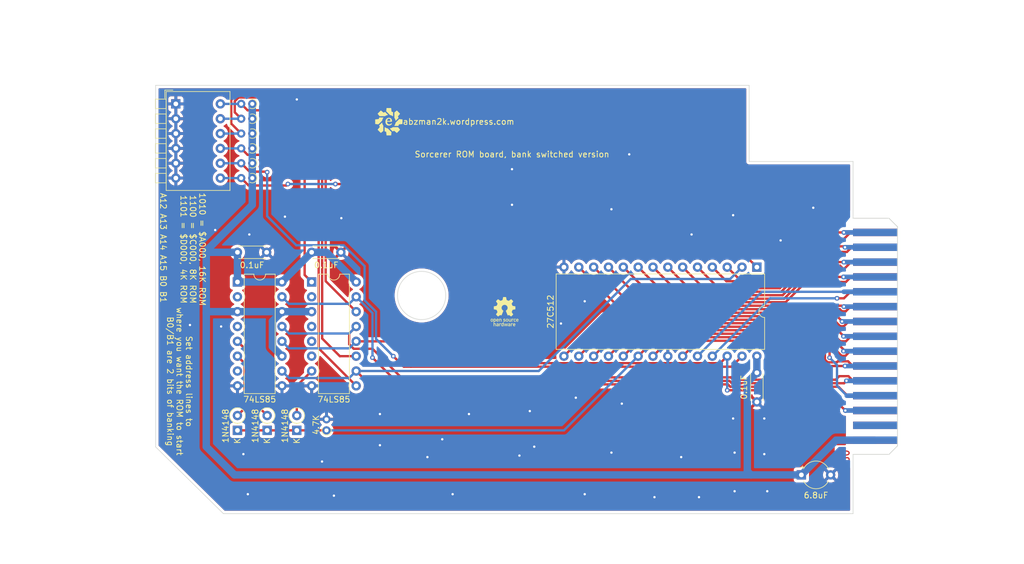
<source format=kicad_pcb>
(kicad_pcb (version 20211014) (generator pcbnew)
  (layers (0 "F.Cu" signal) (31 "B.Cu" signal) (34 "B.Paste" user) (35 "F.Paste" user) (36 "B.SilkS" user "B.Silkscreen") (37 "F.SilkS" user "F.Silkscreen") (38 "B.Mask" user) (39 "F.Mask" user) (44 "Edge.Cuts" user))
  (net 0 "")
  (net 1 "29")
  (net 2 "28")
  (net 3 "27")
  (net 4 "26")
  (net 5 "21")
  (net 6 "22")
  (net 7 "24")
  (net 8 "20")
  (net 9 "19")
  (net 10 "25")
  (net 11 "Net-(D1-Pad2)")
  (net 12 "Net-(D2-Pad2)")
  (net 13 "1")
  (net 14 "2")
  (net 15 "3")
  (net 16 "4")
  (net 17 "6")
  (net 18 "8")
  (net 19 "9")
  (net 20 "10")
  (net 21 "11")
  (net 22 "12")
  (net 23 "13")
  (net 24 "14")
  (net 25 "15")
  (net 26 "16")
  (net 27 "17")
  (net 28 "18")
  (net 29 "23")
  (net 30 "Net-(D3-Pad2)")
  (net 31 "ROM15")
  (net 32 "ROM14")
  (net 33 "Net-(R3-Pad2)")
  (net 34 "Net-(R4-Pad2)")
  (net 37 "5")
  (net 38 "7")
  (net 39 "30")
  (net 45 "Net-(R1-Pad2)")
  (net 46 "Net-(R2-Pad2)")
  (footprint "Capacitor_THT:C_Disc_D4.3mm_W1.9mm_P5.00mm" (layer "F.Cu") (at 172.72 119.674 -90)
    (fp_text reference "C3" hide)
    (fp_text value "0.1uF" (at 2.5 2.2 90) (layer "F.SilkS"))
    (pad "1" thru_hole circle locked (at 0 0 270) (size 1.6 1.6) (drill 0.8) (layers *.Cu *.Mask) (net 1 "29"))
    (pad "2" thru_hole circle locked (at 5 0 270) (size 1.6 1.6) (drill 0.8) (layers *.Cu *.Mask) (net 39 "30"))
  )
  (footprint "Evan's misc parts:edge mounted 30 pin card edge connector (2x15 pin)" (layer "F.Cu") (at 189.185 133.6457 90)
    (fp_text reference "J28" hide)
    (fp_text value "Sorcerer Cart Slot")
    (fp_line (start 38.9614 7.6) (end 1.45 7.6) (layer "Edge.Cuts") (width 0.12))
    (fp_line (start 0 6.15) (end 1.45 7.6) (layer "Edge.Cuts") (width 0.12))
    (fp_line (start 40.4114 6.15) (end 38.9614 7.6) (layer "Edge.Cuts") (width 0.12))
    (fp_line (start 40.4114 6.15) (end 40.4114 0) (layer "Edge.Cuts") (width 0.12))
    (fp_line (start 0 6.15) (end 0 0) (layer "Edge.Cuts") (width 0.12))
    (pad "1" connect rect (at 37.9857 3.8 90) (size 1.27 7.6) (layers "B.Cu" "B.Mask") (net 13 "1"))
    (pad "2" connect rect (at 37.9857 3.8 90) (size 1.27 7.6) (layers "F.Cu" "F.Mask") (net 14 "2"))
    (pad "3" connect rect (at 35.4457 3.8 90) (size 1.27 7.6) (layers "B.Cu" "B.Mask") (net 15 "3"))
    (pad "4" connect rect (at 35.4457 3.8 90) (size 1.27 7.6) (layers "F.Cu" "F.Mask") (net 16 "4"))
    (pad "5" connect rect (at 32.9057 3.8 90) (size 1.27 7.6) (layers "B.Cu" "B.Mask") (net 37 "5"))
    (pad "6" connect rect (at 32.9057 3.8 90) (size 1.27 7.6) (layers "F.Cu" "F.Mask") (net 17 "6"))
    (pad "7" connect rect (at 30.3657 3.8 90) (size 1.27 7.6) (layers "B.Cu" "B.Mask") (net 38 "7"))
    (pad "8" connect rect (at 30.3657 3.8 90) (size 1.27 7.6) (layers "F.Cu" "F.Mask") (net 18 "8"))
    (pad "9" connect rect (at 27.8257 3.8 90) (size 1.27 7.6) (layers "B.Cu" "B.Mask") (net 19 "9"))
    (pad "10" connect rect (at 27.8257 3.8 90) (size 1.27 7.6) (layers "F.Cu" "F.Mask") (net 20 "10"))
    (pad "11" connect rect (at 25.2857 3.8 90) (size 1.27 7.6) (layers "B.Cu" "B.Mask") (net 21 "11"))
    (pad "12" connect rect (at 25.2857 3.8 90) (size 1.27 7.6) (layers "F.Cu" "F.Mask") (net 22 "12"))
    (pad "13" connect rect (at 22.7457 3.8 90) (size 1.27 7.6) (layers "B.Cu" "B.Mask") (net 23 "13"))
    (pad "14" connect rect (at 22.7457 3.8 90) (size 1.27 7.6) (layers "F.Cu" "F.Mask") (net 24 "14"))
    (pad "15" connect rect (at 20.2057 3.8 90) (size 1.27 7.6) (layers "B.Cu" "B.Mask") (net 25 "15"))
    (pad "16" connect rect (at 20.2057 3.8 90) (size 1.27 7.6) (layers "F.Cu" "F.Mask") (net 26 "16"))
    (pad "17" connect rect (at 17.6657 3.8 90) (size 1.27 7.6) (layers "B.Cu" "B.Mask") (net 27 "17"))
    (pad "18" connect rect (at 17.6657 3.8 90) (size 1.27 7.6) (layers "F.Cu" "F.Mask") (net 28 "18"))
    (pad "19" connect rect (at 15.1257 3.8 90) (size 1.27 7.6) (layers "B.Cu" "B.Mask") (net 9 "19"))
    (pad "20" connect rect (at 15.1257 3.8 90) (size 1.27 7.6) (layers "F.Cu" "F.Mask") (net 8 "20"))
    (pad "21" connect rect (at 12.5857 3.8 90) (size 1.27 7.6) (layers "B.Cu" "B.Mask") (net 5 "21"))
    (pad "22" connect rect (at 12.5857 3.8 90) (size 1.27 7.6) (layers "F.Cu" "F.Mask") (net 6 "22"))
    (pad "23" connect rect (at 10.0457 3.8 90) (size 1.27 7.6) (layers "B.Cu" "B.Mask") (net 29 "23"))
    (pad "24" connect rect (at 10.0457 3.8 90) (size 1.27 7.6) (layers "F.Cu" "F.Mask") (net 7 "24"))
    (pad "25" connect rect (at 7.5057 3.8 90) (size 1.27 7.6) (layers "B.Cu" "B.Mask") (net 10 "25"))
    (pad "26" connect rect (at 7.5057 3.8 90) (size 1.27 7.6) (layers "F.Cu" "F.Mask") (net 4 "26"))
    (pad "27" connect rect (at 4.9657 3.8 90) (size 1.27 7.6) (layers "B.Cu" "B.Mask") (net 3 "27"))
    (pad "28" connect rect (at 4.9657 3.8 90) (size 1.27 7.6) (layers "F.Cu" "F.Mask") (net 2 "28"))
    (pad "29" connect rect (at 2.4257 3.8 90) (size 1.27 7.6) (layers "B.Cu" "B.Mask") (net 1 "29"))
    (pad "30" connect rect (at 2.4257 3.8 90) (size 1.27 7.6) (layers "F.Cu" "F.Mask") (net 39 "30"))
  )
  (footprint "Evan's misc parts:OSHW gear" (layer "F.Cu") (at 129.54 109.22)
    (fp_text reference "G***" hide)
    (fp_text value "LOGO" hide)
  )
  (footprint "Capacitor_THT:C_Disc_D4.3mm_W1.9mm_P5.00mm" (layer "F.Cu") (at 83.82 99.06)
    (fp_text reference "C4" hide)
    (fp_text value "0.1uF" (at 2.5 2.2) (layer "F.SilkS"))
    (pad "1" thru_hole circle locked (at 0 0) (size 1.6 1.6) (drill 0.8) (layers *.Cu *.Mask) (net 1 "29"))
    (pad "2" thru_hole circle locked (at 5 0) (size 1.6 1.6) (drill 0.8) (layers *.Cu *.Mask) (net 39 "30"))
  )
  (footprint "Capacitor_THT:CP_Radial_Tantal_D4.5mm_P5.00mm" (layer "F.Cu") (at 180.34 137.16)
    (fp_text reference "C1" hide)
    (fp_text value "6.8uF" (at 2.5 3.5) (layer "F.SilkS"))
    (pad "1" thru_hole rect locked (at 0 0) (size 1.6 1.6) (drill 0.8) (layers *.Cu *.Mask) (net 1 "29"))
    (pad "2" thru_hole circle locked (at 5 0) (size 1.6 1.6) (drill 0.8) (layers *.Cu *.Mask) (net 39 "30"))
  )
  (footprint "Package_DIP:DIP-16_W7.62mm" (layer "F.Cu") (at 96.52 104.14)
    (fp_text reference "U1" hide)
    (fp_text value "74LS85" (at 3.81 20.11) (layer "F.SilkS"))
    (pad "1" thru_hole rect locked (at 0 0) (size 1.6 1.6) (drill 0.8) (layers *.Cu *.Mask) (net 34 "Net-(R4-Pad2)"))
    (pad "2" thru_hole oval locked (at 0 2.54) (size 1.6 1.6) (drill 0.8) (layers *.Cu *.Mask))
    (pad "3" thru_hole oval locked (at 0 5.08) (size 1.6 1.6) (drill 0.8) (layers *.Cu *.Mask) (net 1 "29"))
    (pad "4" thru_hole oval locked (at 0 7.62) (size 1.6 1.6) (drill 0.8) (layers *.Cu *.Mask))
    (pad "5" thru_hole oval locked (at 0 10.16) (size 1.6 1.6) (drill 0.8) (layers *.Cu *.Mask))
    (pad "6" thru_hole oval locked (at 0 12.7) (size 1.6 1.6) (drill 0.8) (layers *.Cu *.Mask))
    (pad "7" thru_hole oval locked (at 0 15.24) (size 1.6 1.6) (drill 0.8) (layers *.Cu *.Mask) (net 30 "Net-(D3-Pad2)"))
    (pad "8" thru_hole oval locked (at 0 17.78) (size 1.6 1.6) (drill 0.8) (layers *.Cu *.Mask) (net 39 "30"))
    (pad "9" thru_hole oval locked (at 7.62 17.78) (size 1.6 1.6) (drill 0.8) (layers *.Cu *.Mask) (net 45 "Net-(R1-Pad2)"))
    (pad "10" thru_hole oval locked (at 7.62 15.24) (size 1.6 1.6) (drill 0.8) (layers *.Cu *.Mask) (net 7 "24"))
    (pad "11" thru_hole oval locked (at 7.62 12.7) (size 1.6 1.6) (drill 0.8) (layers *.Cu *.Mask) (net 46 "Net-(R2-Pad2)"))
    (pad "12" thru_hole oval locked (at 7.62 10.16) (size 1.6 1.6) (drill 0.8) (layers *.Cu *.Mask) (net 10 "25"))
    (pad "13" thru_hole oval locked (at 7.62 7.62) (size 1.6 1.6) (drill 0.8) (layers *.Cu *.Mask) (net 6 "22"))
    (pad "14" thru_hole oval locked (at 7.62 5.08) (size 1.6 1.6) (drill 0.8) (layers *.Cu *.Mask) (net 33 "Net-(R3-Pad2)"))
    (pad "15" thru_hole oval locked (at 7.62 2.54) (size 1.6 1.6) (drill 0.8) (layers *.Cu *.Mask) (net 5 "21"))
    (pad "16" thru_hole oval locked (at 7.62 0) (size 1.6 1.6) (drill 0.8) (layers *.Cu *.Mask) (net 1 "29"))
  )
  (footprint "Resistor_THT:R_Axial_DIN0204_L3.6mm_D1.6mm_P1.90mm_Vertical" (layer "F.Cu") (at 86.36 86.36 180)
    (fp_text reference "R6" hide)
    (fp_text value "4.7K")
    (pad "1" thru_hole circle locked (at 0 0 180) (size 1.4 1.4) (drill 0.7) (layers *.Cu *.Mask) (net 1 "29"))
    (pad "2" thru_hole oval locked (at 1.9 0 180) (size 1.4 1.4) (drill 0.7) (layers *.Cu *.Mask) (net 31 "ROM15"))
  )
  (footprint "Diode_THT:D_DO-35_SOD27_P2.54mm_Vertical_KathodeUp" (layer "F.Cu") (at 83.82 129.54 90)
    (fp_text reference "D2" hide)
    (fp_text value "1N4148" (at 0.762 -2.032 90) (layer "F.SilkS"))
    (fp_text user "K" (at -1.8 0 90) (layer "F.SilkS"))
    (pad "1" thru_hole rect locked (at 0 0 90) (size 1.6 1.6) (drill 0.8) (layers *.Cu *.Mask) (net 29 "23"))
    (pad "2" thru_hole oval locked (at 2.54 0 90) (size 1.6 1.6) (drill 0.8) (layers *.Cu *.Mask) (net 12 "Net-(D2-Pad2)"))
  )
  (footprint "Resistor_THT:R_Axial_DIN0204_L3.6mm_D1.6mm_P1.90mm_Vertical" (layer "F.Cu") (at 86.36 81.28 180)
    (fp_text reference "R4" hide)
    (fp_text value "4.7K")
    (pad "1" thru_hole circle locked (at 0 0 180) (size 1.4 1.4) (drill 0.7) (layers *.Cu *.Mask) (net 1 "29"))
    (pad "2" thru_hole oval locked (at 1.9 0 180) (size 1.4 1.4) (drill 0.7) (layers *.Cu *.Mask) (net 34 "Net-(R4-Pad2)"))
  )
  (footprint "Button_Switch_THT:SW_DIP_SPSTx06_Piano_10.8x16.8mm_W7.62mm_P2.54mm" (layer "F.Cu") (at 73.275 73.66)
    (fp_text reference "SW1" hide)
    (fp_text value "SW_DIP_x06")
    (pad "1" thru_hole rect locked (at 0 0) (size 1.6 1.6) (drill 0.8) (layers *.Cu *.Mask) (net 39 "30"))
    (pad "2" thru_hole oval locked (at 0 2.54) (size 1.6 1.6) (drill 0.8) (layers *.Cu *.Mask) (net 39 "30"))
    (pad "3" thru_hole oval locked (at 0 5.08) (size 1.6 1.6) (drill 0.8) (layers *.Cu *.Mask) (net 39 "30"))
    (pad "4" thru_hole oval locked (at 0 7.62) (size 1.6 1.6) (drill 0.8) (layers *.Cu *.Mask) (net 39 "30"))
    (pad "5" thru_hole oval locked (at 0 10.16) (size 1.6 1.6) (drill 0.8) (layers *.Cu *.Mask) (net 39 "30"))
    (pad "6" thru_hole oval locked (at 0 12.7) (size 1.6 1.6) (drill 0.8) (layers *.Cu *.Mask) (net 39 "30"))
    (pad "7" thru_hole oval locked (at 7.62 12.7) (size 1.6 1.6) (drill 0.8) (layers *.Cu *.Mask) (net 31 "ROM15"))
    (pad "8" thru_hole oval locked (at 7.62 10.16) (size 1.6 1.6) (drill 0.8) (layers *.Cu *.Mask) (net 32 "ROM14"))
    (pad "9" thru_hole oval locked (at 7.62 7.62) (size 1.6 1.6) (drill 0.8) (layers *.Cu *.Mask) (net 34 "Net-(R4-Pad2)"))
    (pad "10" thru_hole oval locked (at 7.62 5.08) (size 1.6 1.6) (drill 0.8) (layers *.Cu *.Mask) (net 33 "Net-(R3-Pad2)"))
    (pad "11" thru_hole oval locked (at 7.62 2.54) (size 1.6 1.6) (drill 0.8) (layers *.Cu *.Mask) (net 46 "Net-(R2-Pad2)"))
    (pad "12" thru_hole oval locked (at 7.62 0) (size 1.6 1.6) (drill 0.8) (layers *.Cu *.Mask) (net 45 "Net-(R1-Pad2)"))
  )
  (footprint "Resistor_THT:R_Axial_DIN0204_L3.6mm_D1.6mm_P1.90mm_Vertical" (layer "F.Cu") (at 86.36 83.82 180)
    (fp_text reference "R5" hide)
    (fp_text value "4.7K")
    (pad "1" thru_hole circle locked (at 0 0 180) (size 1.4 1.4) (drill 0.7) (layers *.Cu *.Mask) (net 1 "29"))
    (pad "2" thru_hole oval locked (at 1.9 0 180) (size 1.4 1.4) (drill 0.7) (layers *.Cu *.Mask) (net 32 "ROM14"))
  )
  (footprint "Evan's misc parts:Evan Logo" (layer "F.Cu") (at 109.728 76.708)
    (fp_text reference "G***" hide)
    (fp_text value "LOGO" hide)
  )
  (footprint "Resistor_THT:R_Axial_DIN0204_L3.6mm_D1.6mm_P1.90mm_Vertical" (layer "F.Cu") (at 86.36 73.66 180)
    (fp_text reference "R1" hide)
    (fp_text value "4.7K")
    (pad "1" thru_hole circle locked (at 0 0 180) (size 1.4 1.4) (drill 0.7) (layers *.Cu *.Mask) (net 1 "29"))
    (pad "2" thru_hole oval locked (at 1.9 0 180) (size 1.4 1.4) (drill 0.7) (layers *.Cu *.Mask) (net 45 "Net-(R1-Pad2)"))
  )
  (footprint "Resistor_THT:R_Axial_DIN0204_L3.6mm_D1.6mm_P1.90mm_Vertical" (layer "F.Cu") (at 86.36 78.74 180)
    (fp_text reference "R3" hide)
    (fp_text value "4.7K")
    (pad "1" thru_hole circle locked (at 0 0 180) (size 1.4 1.4) (drill 0.7) (layers *.Cu *.Mask) (net 1 "29"))
    (pad "2" thru_hole oval locked (at 1.9 0 180) (size 1.4 1.4) (drill 0.7) (layers *.Cu *.Mask) (net 33 "Net-(R3-Pad2)"))
  )
  (footprint "Package_DIP:DIP-16_W7.62mm" (layer "F.Cu") (at 83.82 104.14)
    (fp_text reference "U2" hide)
    (fp_text value "74LS85" (at 3.81 20.11) (layer "F.SilkS"))
    (pad "1" thru_hole rect locked (at 0 0) (size 1.6 1.6) (drill 0.8) (layers *.Cu *.Mask) (net 1 "29"))
    (pad "2" thru_hole oval locked (at 0 2.54) (size 1.6 1.6) (drill 0.8) (layers *.Cu *.Mask))
    (pad "3" thru_hole oval locked (at 0 5.08) (size 1.6 1.6) (drill 0.8) (layers *.Cu *.Mask) (net 1 "29"))
    (pad "4" thru_hole oval locked (at 0 7.62) (size 1.6 1.6) (drill 0.8) (layers *.Cu *.Mask))
    (pad "5" thru_hole oval locked (at 0 10.16) (size 1.6 1.6) (drill 0.8) (layers *.Cu *.Mask) (net 11 "Net-(D1-Pad2)"))
    (pad "6" thru_hole oval locked (at 0 12.7) (size 1.6 1.6) (drill 0.8) (layers *.Cu *.Mask) (net 12 "Net-(D2-Pad2)"))
    (pad "7" thru_hole oval locked (at 0 15.24) (size 1.6 1.6) (drill 0.8) (layers *.Cu *.Mask))
    (pad "8" thru_hole oval locked (at 0 17.78) (size 1.6 1.6) (drill 0.8) (layers *.Cu *.Mask) (net 39 "30"))
    (pad "9" thru_hole oval locked (at 7.62 17.78) (size 1.6 1.6) (drill 0.8) (layers *.Cu *.Mask) (net 39 "30"))
    (pad "10" thru_hole oval locked (at 7.62 15.24) (size 1.6 1.6) (drill 0.8) (layers *.Cu *.Mask) (net 7 "24"))
    (pad "11" thru_hole oval locked (at 7.62 12.7) (size 1.6 1.6) (drill 0.8) (layers *.Cu *.Mask) (net 1 "29"))
    (pad "12" thru_hole oval locked (at 7.62 10.16) (size 1.6 1.6) (drill 0.8) (layers *.Cu *.Mask) (net 10 "25"))
    (pad "13" thru_hole oval locked (at 7.62 7.62) (size 1.6 1.6) (drill 0.8) (layers *.Cu *.Mask) (net 6 "22"))
    (pad "14" thru_hole oval locked (at 7.62 5.08) (size 1.6 1.6) (drill 0.8) (layers *.Cu *.Mask) (net 1 "29"))
    (pad "15" thru_hole oval locked (at 7.62 2.54) (size 1.6 1.6) (drill 0.8) (layers *.Cu *.Mask) (net 5 "21"))
    (pad "16" thru_hole oval locked (at 7.62 0) (size 1.6 1.6) (drill 0.8) (layers *.Cu *.Mask) (net 1 "29"))
  )
  (footprint "Capacitor_THT:C_Disc_D4.3mm_W1.9mm_P5.00mm" (layer "F.Cu") (at 96.52 99.06)
    (fp_text reference "C8" hide)
    (fp_text value "0.1uF" (at 2.5 2.2) (layer "F.SilkS"))
    (pad "1" thru_hole circle locked (at 0 0) (size 1.6 1.6) (drill 0.8) (layers *.Cu *.Mask) (net 1 "29"))
    (pad "2" thru_hole circle locked (at 5 0) (size 1.6 1.6) (drill 0.8) (layers *.Cu *.Mask) (net 39 "30"))
  )
  (footprint "Package_DIP:DIP-28_W15.24mm" (layer "F.Cu") (at 172.72 101.6 -90)
    (fp_text reference "U3" hide)
    (fp_text value "27C512" (at 7.62 35.306 -90) (layer "F.SilkS"))
    (pad "1" thru_hole rect locked (at 0 0 270) (size 1.6 1.6) (drill 0.8) (layers *.Cu *.Mask) (net 31 "ROM15"))
    (pad "2" thru_hole oval locked (at 0 2.54 270) (size 1.6 1.6) (drill 0.8) (layers *.Cu *.Mask) (net 7 "24"))
    (pad "3" thru_hole oval locked (at 0 5.08 270) (size 1.6 1.6) (drill 0.8) (layers *.Cu *.Mask) (net 13 "1"))
    (pad "4" thru_hole oval locked (at 0 7.62 270) (size 1.6 1.6) (drill 0.8) (layers *.Cu *.Mask) (net 14 "2"))
    (pad "5" thru_hole oval locked (at 0 10.16 270) (size 1.6 1.6) (drill 0.8) (layers *.Cu *.Mask) (net 15 "3"))
    (pad "6" thru_hole oval locked (at 0 12.7 270) (size 1.6 1.6) (drill 0.8) (layers *.Cu *.Mask) (net 16 "4"))
    (pad "7" thru_hole oval locked (at 0 15.24 270) (size 1.6 1.6) (drill 0.8) (layers *.Cu *.Mask) (net 37 "5"))
    (pad "8" thru_hole oval locked (at 0 17.78 270) (size 1.6 1.6) (drill 0.8) (layers *.Cu *.Mask) (net 17 "6"))
    (pad "9" thru_hole oval locked (at 0 20.32 270) (size 1.6 1.6) (drill 0.8) (layers *.Cu *.Mask) (net 38 "7"))
    (pad "10" thru_hole oval locked (at 0 22.86 270) (size 1.6 1.6) (drill 0.8) (layers *.Cu *.Mask) (net 18 "8"))
    (pad "11" thru_hole oval locked (at 0 25.4 270) (size 1.6 1.6) (drill 0.8) (layers *.Cu *.Mask) (net 21 "11"))
    (pad "12" thru_hole oval locked (at 0 27.94 270) (size 1.6 1.6) (drill 0.8) (layers *.Cu *.Mask) (net 22 "12"))
    (pad "13" thru_hole oval locked (at 0 30.48 270) (size 1.6 1.6) (drill 0.8) (layers *.Cu *.Mask) (net 23 "13"))
    (pad "14" thru_hole oval locked (at 0 33.02 270) (size 1.6 1.6) (drill 0.8) (layers *.Cu *.Mask) (net 39 "30"))
    (pad "15" thru_hole oval locked (at 15.24 33.02 270) (size 1.6 1.6) (drill 0.8) (layers *.Cu *.Mask) (net 24 "14"))
    (pad "16" thru_hole oval locked (at 15.24 30.48 270) (size 1.6 1.6) (drill 0.8) (layers *.Cu *.Mask) (net 25 "15"))
    (pad "17" thru_hole oval locked (at 15.24 27.94 270) (size 1.6 1.6) (drill 0.8) (layers *.Cu *.Mask) (net 26 "16"))
    (pad "18" thru_hole oval locked (at 15.24 25.4 270) (size 1.6 1.6) (drill 0.8) (layers *.Cu *.Mask) (net 27 "17"))
    (pad "19" thru_hole oval locked (at 15.24 22.86 270) (size 1.6 1.6) (drill 0.8) (layers *.Cu *.Mask) (net 28 "18"))
    (pad "20" thru_hole oval locked (at 15.24 20.32 270) (size 1.6 1.6) (drill 0.8) (layers *.Cu *.Mask) (net 29 "23"))
    (pad "21" thru_hole oval locked (at 15.24 17.78 270) (size 1.6 1.6) (drill 0.8) (layers *.Cu *.Mask) (net 8 "20"))
    (pad "22" thru_hole oval locked (at 15.24 15.24 270) (size 1.6 1.6) (drill 0.8) (layers *.Cu *.Mask) (net 39 "30"))
    (pad "23" thru_hole oval locked (at 15.24 12.7 270) (size 1.6 1.6) (drill 0.8) (layers *.Cu *.Mask) (net 9 "19"))
    (pad "24" thru_hole oval locked (at 15.24 10.16 270) (size 1.6 1.6) (drill 0.8) (layers *.Cu *.Mask) (net 19 "9"))
    (pad "25" thru_hole oval locked (at 15.24 7.62 270) (size 1.6 1.6) (drill 0.8) (layers *.Cu *.Mask) (net 20 "10"))
    (pad "26" thru_hole oval locked (at 15.24 5.08 270) (size 1.6 1.6) (drill 0.8) (layers *.Cu *.Mask) (net 10 "25"))
    (pad "27" thru_hole oval locked (at 15.24 2.54 270) (size 1.6 1.6) (drill 0.8) (layers *.Cu *.Mask) (net 32 "ROM14"))
    (pad "28" thru_hole oval locked (at 15.24 0 270) (size 1.6 1.6) (drill 0.8) (layers *.Cu *.Mask) (net 1 "29"))
  )
  (footprint "Resistor_THT:R_Axial_DIN0204_L3.6mm_D1.6mm_P1.90mm_Vertical" (layer "F.Cu") (at 86.36 76.2 180)
    (fp_text reference "R2" hide)
    (fp_text value "4.7K")
    (pad "1" thru_hole circle locked (at 0 0 180) (size 1.4 1.4) (drill 0.7) (layers *.Cu *.Mask) (net 1 "29"))
    (pad "2" thru_hole oval locked (at 1.9 0 180) (size 1.4 1.4) (drill 0.7) (layers *.Cu *.Mask) (net 46 "Net-(R2-Pad2)"))
  )
  (footprint "Resistor_THT:R_Axial_DIN0204_L3.6mm_D1.6mm_P1.90mm_Vertical" (layer "F.Cu") (at 99.06 129.54 90)
    (fp_text reference "R7" hide)
    (fp_text value "4.7K" (at 0.95 -1.778 90) (layer "F.SilkS"))
    (pad "1" thru_hole circle locked (at 0 0 90) (size 1.4 1.4) (drill 0.7) (layers *.Cu *.Mask) (net 29 "23"))
    (pad "2" thru_hole oval locked (at 1.9 0 90) (size 1.4 1.4) (drill 0.7) (layers *.Cu *.Mask) (net 39 "30"))
  )
  (footprint "Diode_THT:D_DO-35_SOD27_P2.54mm_Vertical_KathodeUp" (layer "F.Cu") (at 93.98 129.54 90)
    (fp_text reference "D3" hide)
    (fp_text value "1N4148" (at 0.762 -2.032 90) (layer "F.SilkS"))
    (fp_text user "K" (at -1.8 0 90) (layer "F.SilkS"))
    (pad "1" thru_hole rect locked (at 0 0 90) (size 1.6 1.6) (drill 0.8) (layers *.Cu *.Mask) (net 29 "23"))
    (pad "2" thru_hole oval locked (at 2.54 0 90) (size 1.6 1.6) (drill 0.8) (layers *.Cu *.Mask) (net 30 "Net-(D3-Pad2)"))
  )
  (footprint "Diode_THT:D_DO-35_SOD27_P2.54mm_Vertical_KathodeUp" (layer "F.Cu") (at 88.9 129.54 90)
    (fp_text reference "D1" hide)
    (fp_text value "1N4148" (at 0.762 -2.032 90) (layer "F.SilkS"))
    (fp_text user "K" (at -1.8 0 90) (layer "F.SilkS"))
    (pad "1" thru_hole rect locked (at 0 0 90) (size 1.6 1.6) (drill 0.8) (layers *.Cu *.Mask) (net 29 "23"))
    (pad "2" thru_hole oval locked (at 2.54 0 90) (size 1.6 1.6) (drill 0.8) (layers *.Cu *.Mask) (net 11 "Net-(D1-Pad2)"))
  )
  (gr_line (start 189.185 93.2343) (end 189.185 83.5143) (layer "Edge.Cuts") (width 0.1))
  (gr_circle (center 115.34 106.4493) (end 115.34 102.3243) (layer "Edge.Cuts") (width 0.1) (fill none))
  (gr_line (start 189.185 83.5143) (end 171.405 83.5143) (layer "Edge.Cuts") (width 0.1))
  (gr_line (start 171.405 83.5143) (end 171.405 70.4843) (layer "Edge.Cuts") (width 0.1))
  (gr_line (start 189.185 133.6457) (end 189.185 143.7957) (layer "Edge.Cuts") (width 0.1))
  (gr_line (start 69.815 70.4843) (end 69.815 132.3643) (layer "Edge.Cuts") (width 0.1))
  (gr_line (start 81.415 143.7957) (end 69.815 132.3643) (layer "Edge.Cuts") (width 0.1))
  (gr_line (start 189.185 143.7957) (end 81.415 143.7957) (layer "Edge.Cuts") (width 0.1))
  (gr_line (start 171.405 70.4843) (end 69.815 70.4843) (layer "Edge.Cuts") (width 0.1))
  (gr_text "2" (at 187.325 93.345 90) (layer "F.Cu") (effects (font (size 1.2 1.2) (thickness 0.2))))
  (gr_text "30" (at 187.96 133.985 90) (layer "F.Cu") (effects (font (size 1.2 1.2) (thickness 0.2))))
  (gr_text "Sorcerer ROM board, bank switched version" (at 130.81 82.296) (layer "F.SilkS") (effects (font (size 1 1))))
  (gr_text "Set address lines to\nwhere you want the ROM to start\nB0/B1 are 2 bits of banking" (at 73.914 121.158 270) (layer "F.SilkS") (effects (font (size 1 1))))
  (gr_text "A12 A13 A14 A15 B0 B1" (at 71.12 98.298 270) (layer "F.SilkS") (effects (font (size 1 1))))
  (gr_text "1010 = $A000, 16K ROM\n1100 = $C000, 8K ROM\n1101 = $D000, 4K ROM" (at 76.2 98.552 270) (layer "F.SilkS") (effects (font (size 1 1))))
  (gr_text "abzman2k.wordpress.com" (at 121.666 76.708) (layer "F.SilkS") (effects (font (size 1 1))))
  (segment (start 180.34 137.16) (end 171.704 137.16) (width 1.27) (layer "B.Cu") (net 1))
  (segment (start 86.36 90.932) (end 86.36 86.36) (width 1.27) (layer "B.Cu") (net 1))
  (segment (start 86.36 86.36) (end 86.36 73.66) (width 1.27) (layer "B.Cu") (net 1))
  (segment (start 78.486 109.474) (end 78.486 98.806) (width 1.27) (layer "B.Cu") (net 1))
  (segment (start 186.28 131.22) (end 180.34 137.16) (width 1.27) (layer "B.Cu") (net 1))
  (segment (start 89.805489 110.854511) (end 89.805489 115.205489) (width 1.27) (layer "B.Cu") (net 1))
  (segment (start 78.74 99.06) (end 83.82 99.06) (width 1.27) (layer "B.Cu") (net 1))
  (segment (start 91.44 109.22) (end 96.52 109.22) (width 1.27) (layer "B.Cu") (net 1))
  (segment (start 83.82 99.06) (end 83.82 104.14) (width 1.27) (layer "B.Cu") (net 1))
  (segment (start 83.82 109.22) (end 78.74 109.22) (width 1.27) (layer "B.Cu") (net 1))
  (segment (start 83.82 104.14) (end 91.44 104.14) (width 1.27) (layer "B.Cu") (net 1))
  (segment (start 171.704 137.16) (end 83.312 137.16) (width 1.27) (layer "B.Cu") (net 1))
  (segment (start 78.486 132.334) (end 78.486 109.474) (width 1.27) (layer "B.Cu") (net 1))
  (segment (start 99.06 99.06) (end 104.14 104.14) (width 1.27) (layer "B.Cu") (net 1))
  (segment (start 78.74 109.22) (end 78.486 109.474) (width 1.27) (layer "B.Cu") (net 1))
  (segment (start 78.486 98.806) (end 78.74 99.06) (width 1.27) (layer "B.Cu") (net 1))
  (segment (start 192.985 131.22) (end 186.28 131.22) (width 1.27) (layer "B.Cu") (net 1))
  (segment (start 83.82 109.22) (end 91.44 109.22) (width 1.27) (layer "B.Cu") (net 1))
  (segment (start 171.085489 136.541489) (end 171.704 137.16) (width 1.27) (layer "B.Cu") (net 1))
  (segment (start 91.44 109.22) (end 89.805489 110.854511) (width 1.27) (layer "B.Cu") (net 1))
  (segment (start 78.486 98.806) (end 86.36 90.932) (width 1.27) (layer "B.Cu") (net 1))
  (segment (start 96.52 99.06) (end 99.06 99.06) (width 1.27) (layer "B.Cu") (net 1))
  (segment (start 91.44 104.14) (end 96.52 99.06) (width 1.27) (layer "B.Cu") (net 1))
  (segment (start 83.312 137.16) (end 78.486 132.334) (width 1.27) (layer "B.Cu") (net 1))
  (segment (start 171.085489 121.308511) (end 171.085489 136.541489) (width 1.27) (layer "B.Cu") (net 1))
  (segment (start 89.805489 115.205489) (end 91.44 116.84) (width 1.27) (layer "B.Cu") (net 1))
  (segment (start 172.72 119.674) (end 171.085489 121.308511) (width 1.27) (layer "B.Cu") (net 1))
  (segment (start 172.72 116.84) (end 172.72 119.674) (width 1.27) (layer "B.Cu") (net 1))
  (segment (start 187.644969 121.473031) (end 188.058 121.06) (width 0.4) (layer "F.Cu") (net 5))
  (segment (start 168.429419 121.473031) (end 187.644969 121.473031) (width 0.4) (layer "F.Cu") (net 5))
  (segment (start 110.90648 121.06648) (end 168.022868 121.06648) (width 0.4) (layer "F.Cu") (net 5))
  (segment (start 106.934 117.094) (end 110.90648 121.06648) (width 0.4) (layer "F.Cu") (net 5))
  (segment (start 168.022868 121.06648) (end 168.429419 121.473031) (width 0.4) (layer "F.Cu") (net 5))
  (via (at 188.058 121.06) (size 0.8) (drill 0.4) (layers "F.Cu" "B.Cu") (net 5))
  (via (at 106.934 117.094) (size 0.8) (drill 0.4) (layers "F.Cu" "B.Cu") (net 5))
  (segment (start 192.985 121.06) (end 188.058 121.06) (width 0.8) (layer "B.Cu") (net 5))
  (segment (start 92.639511 107.879511) (end 102.940489 107.879511) (width 0.4) (layer "B.Cu") (net 5))
  (segment (start 106.934 109.474) (end 104.14 106.68) (width 0.4) (layer "B.Cu") (net 5))
  (segment (start 91.44 106.68) (end 92.639511 107.879511) (width 0.4) (layer "B.Cu") (net 5))
  (segment (start 106.934 117.094) (end 106.934 109.474) (width 0.4) (layer "B.Cu") (net 5))
  (segment (start 102.940489 107.879511) (end 104.14 106.68) (width 0.4) (layer "B.Cu") (net 5))
  (segment (start 168.271198 120.46696) (end 111.83096 120.46696) (width 0.4) (layer "F.Cu") (net 6))
  (segment (start 103.713634 115.57) (end 102.940489 114.796855) (width 0.4) (layer "F.Cu") (net 6))
  (segment (start 102.940489 112.959511) (end 104.14 111.76) (width 0.4) (layer "F.Cu") (net 6))
  (segment (start 186.212489 120.873511) (end 168.677749 120.873511) (width 0.4) (layer "F.Cu") (net 6))
  (segment (start 111.83096 120.46696) (end 106.934 115.57) (width 0.4) (layer "F.Cu") (net 6))
  (segment (start 168.677749 120.873511) (end 168.271198 120.46696) (width 0.4) (layer "F.Cu") (net 6))
  (segment (start 186.825511 120.260489) (end 186.212489 120.873511) (width 0.4) (layer "F.Cu") (net 6))
  (segment (start 189.18868 121.06) (end 188.389169 120.260489) (width 0.4) (layer "F.Cu") (net 6))
  (segment (start 102.940489 114.796855) (end 102.940489 112.959511) (width 0.4) (layer "F.Cu") (net 6))
  (segment (start 106.934 115.57) (end 103.713634 115.57) (width 0.4) (layer "F.Cu") (net 6))
  (segment (start 192.985 121.06) (end 189.18868 121.06) (width 0.4) (layer "F.Cu") (net 6))
  (segment (start 188.389169 120.260489) (end 186.825511 120.260489) (width 0.4) (layer "F.Cu") (net 6))
  (segment (start 91.44 111.76) (end 92.639511 112.959511) (width 0.4) (layer "B.Cu") (net 6))
  (segment (start 92.639511 112.959511) (end 102.940489 112.959511) (width 0.4) (layer "B.Cu") (net 6))
  (segment (start 102.940489 112.959511) (end 104.14 111.76) (width 0.4) (layer "B.Cu") (net 6))
  (segment (start 188.217449 123.6) (end 186.69 122.072551) (width 0.4) (layer "F.Cu") (net 7))
  (segment (start 168.181089 122.072551) (end 167.774538 121.666) (width 0.4) (layer "F.Cu") (net 7))
  (segment (start 106.426 121.666) (end 104.14 119.38) (width 0.4) (layer "F.Cu") (net 7))
  (segment (start 186.69 122.072551) (end 168.181089 122.072551) (width 0.4) (layer "F.Cu") (net 7))
  (segment (start 192.985 123.6) (end 188.217449 123.6) (width 0.4) (layer "F.Cu") (net 7))
  (segment (start 167.774538 121.666) (end 106.426 121.666) (width 0.4) (layer "F.Cu") (net 7))
  (segment (start 168.148 103.632) (end 170.18 101.6) (width 0.4) (layer "B.Cu") (net 7))
  (segment (start 92.639511 120.579511) (end 102.940489 120.579511) (width 0.4) (layer "B.Cu") (net 7))
  (segment (start 135.382 119.38) (end 151.13 103.632) (width 0.4) (layer "B.Cu") (net 7))
  (segment (start 102.940489 120.579511) (end 104.14 119.38) (width 0.4) (layer "B.Cu") (net 7))
  (segment (start 91.44 119.38) (end 92.639511 120.579511) (width 0.4) (layer "B.Cu") (net 7))
  (segment (start 104.14 119.38) (end 135.382 119.38) (width 0.4) (layer "B.Cu") (net 7))
  (segment (start 151.13 103.632) (end 168.148 103.632) (width 0.4) (layer "B.Cu") (net 7))
  (segment (start 184.366489 117.425169) (end 184.366489 115.622869) (width 0.4) (layer "F.Cu") (net 8))
  (segment (start 158.18032 113.59968) (end 154.94 116.84) (width 0.4) (layer "F.Cu") (net 8))
  (segment (start 189.132 118.52) (end 188.332489 117.720489) (width 0.4) (layer "F.Cu") (net 8))
  (segment (start 186.571511 117.720489) (end 186.398489 117.893511) (width 0.4) (layer "F.Cu") (net 8))
  (segment (start 192.985 118.52) (end 189.132 118.52) (width 0.4) (layer "F.Cu") (net 8))
  (segment (start 188.332489 117.720489) (end 186.571511 117.720489) (width 0.4) (layer "F.Cu") (net 8))
  (segment (start 184.366489 115.622869) (end 182.3433 113.59968) (width 0.4) (layer "F.Cu") (net 8))
  (segment (start 184.834831 117.893511) (end 184.366489 117.425169) (width 0.4) (layer "F.Cu") (net 8))
  (segment (start 186.398489 117.893511) (end 184.834831 117.893511) (width 0.4) (layer "F.Cu") (net 8))
  (segment (start 182.3433 113.59968) (end 158.18032 113.59968) (width 0.4) (layer "F.Cu") (net 8))
  (segment (start 187.804 118.52) (end 184.61347 118.52) (width 0.4) (layer "F.Cu") (net 9))
  (segment (start 183.766969 117.673499) (end 183.766969 115.871199) (width 0.4) (layer "F.Cu") (net 9))
  (segment (start 182.09497 114.1992) (end 162.6608 114.1992) (width 0.4) (layer "F.Cu") (net 9))
  (segment (start 183.766969 115.871199) (end 182.09497 114.1992) (width 0.4) (layer "F.Cu") (net 9))
  (segment (start 184.61347 118.52) (end 183.766969 117.673499) (width 0.4) (layer "F.Cu") (net 9))
  (segment (start 162.6608 114.1992) (end 160.02 116.84) (width 0.4) (layer "F.Cu") (net 9))
  (via (at 187.804 118.52) (size 0.8) (drill 0.4) (layers "F.Cu" "B.Cu") (net 9))
  (segment (start 192.985 118.52) (end 187.804 118.52) (width 0.8) (layer "B.Cu") (net 9))
  (segment (start 114.229511 118.039511) (end 166.440489 118.039511) (width 0.4) (layer "F.Cu") (net 10))
  (segment (start 187.862 126.14) (end 184.394071 122.672071) (width 0.4) (layer "F.Cu") (net 10))
  (segment (start 104.14 114.3) (end 110.49 114.3) (width 0.4) (layer "F.Cu") (net 10))
  (segment (start 166.440489 118.039511) (end 167.64 116.84) (width 0.4) (layer "F.Cu") (net 10))
  (segment (start 184.394071 122.672071) (end 167.649929 122.672071) (width 0.4) (layer "F.Cu") (net 10))
  (segment (start 110.49 114.3) (end 114.229511 118.039511) (width 0.4) (layer "F.Cu") (net 10))
  (via (at 187.862 126.14) (size 0.8) (drill 0.4) (layers "F.Cu" "B.Cu") (net 10))
  (via (at 167.649929 122.672071) (size 0.8) (drill 0.4) (layers "F.Cu" "B.Cu") (net 10))
  (segment (start 91.44 114.3) (end 92.639511 115.499511) (width 0.4) (layer "B.Cu") (net 10))
  (segment (start 92.639511 115.499511) (end 102.940489 115.499511) (width 0.4) (layer "B.Cu") (net 10))
  (segment (start 167.64 122.662142) (end 167.64 116.84) (width 0.4) (layer "B.Cu") (net 10))
  (segment (start 167.649929 122.672071) (end 167.64 122.662142) (width 0.4) (layer "B.Cu") (net 10))
  (segment (start 192.985 126.14) (end 187.862 126.14) (width 0.8) (layer "B.Cu") (net 10))
  (segment (start 102.940489 115.499511) (end 104.14 114.3) (width 0.4) (layer "B.Cu") (net 10))
  (segment (start 85.852 123.952) (end 85.852 116.332) (width 0.4) (layer "F.Cu") (net 11))
  (segment (start 88.9 127) (end 85.852 123.952) (width 0.4) (layer "F.Cu") (net 11))
  (segment (start 85.852 116.332) (end 83.82 114.3) (width 0.4) (layer "F.Cu") (net 11))
  (segment (start 83.82 116.84) (end 85.019511 118.039511) (width 0.4) (layer "F.Cu") (net 12))
  (segment (start 85.019511 118.039511) (end 85.019511 125.800489) (width 0.4) (layer "F.Cu") (net 12))
  (segment (start 85.019511 125.800489) (end 83.82 127) (width 0.4) (layer "F.Cu") (net 12))
  (segment (start 175.89921 103.40784) (end 183.64705 95.66) (width 0.4) (layer "F.Cu") (net 13))
  (segment (start 183.64705 95.66) (end 187.608 95.66) (width 0.4) (layer "F.Cu") (net 13))
  (segment (start 167.64 101.6) (end 169.44784 103.40784) (width 0.4) (layer "F.Cu") (net 13))
  (segment (start 169.44784 103.40784) (end 175.89921 103.40784) (width 0.4) (layer "F.Cu") (net 13))
  (via (at 187.608 95.66) (size 0.8) (drill 0.4) (layers "F.Cu" "B.Cu") (net 13))
  (segment (start 192.985 95.66) (end 187.608 95.66) (width 0.8) (layer "B.Cu") (net 13))
  (segment (start 176.14754 104.00736) (end 183.89538 96.25952) (width 0.4) (layer "F.Cu") (net 14))
  (segment (start 187.62468 96.774) (end 188.73868 95.66) (width 0.4) (layer "F.Cu") (net 14))
  (segment (start 185.928 96.25952) (end 186.44248 96.774) (width 0.4) (layer "F.Cu") (net 14))
  (segment (start 188.73868 95.66) (end 192.985 95.66) (width 0.4) (layer "F.Cu") (net 14))
  (segment (start 167.50736 104.00736) (end 176.14754 104.00736) (width 0.4) (layer "F.Cu") (net 14))
  (segment (start 186.44248 96.774) (end 187.62468 96.774) (width 0.4) (layer "F.Cu") (net 14))
  (segment (start 165.1 101.6) (end 167.50736 104.00736) (width 0.4) (layer "F.Cu") (net 14))
  (segment (start 183.89538 96.25952) (end 185.928 96.25952) (width 0.4) (layer "F.Cu") (net 14))
  (segment (start 165.56688 104.60688) (end 176.39587 104.60688) (width 0.4) (layer "F.Cu") (net 15))
  (segment (start 187.648 98.044) (end 187.804 98.2) (width 0.4) (layer "F.Cu") (net 15))
  (segment (start 162.56 101.6) (end 165.56688 104.60688) (width 0.4) (layer "F.Cu") (net 15))
  (segment (start 182.95875 98.044) (end 187.648 98.044) (width 0.4) (layer "F.Cu") (net 15))
  (segment (start 176.39587 104.60688) (end 182.95875 98.044) (width 0.4) (layer "F.Cu") (net 15))
  (via (at 187.804 98.2) (size 0.8) (drill 0.4) (layers "F.Cu" "B.Cu") (net 15))
  (segment (start 192.985 98.2) (end 187.804 98.2) (width 0.8) (layer "B.Cu") (net 15))
  (segment (start 163.6264 105.2064) (end 176.6442 105.2064) (width 0.4) (layer "F.Cu") (net 16))
  (segment (start 176.6442 105.2064) (end 182.851089 98.999511) (width 0.4) (layer "F.Cu") (net 16))
  (segment (start 188.135169 98.999511) (end 188.93468 98.2) (width 0.4) (layer "F.Cu") (net 16))
  (segment (start 188.93468 98.2) (end 192.985 98.2) (width 0.4) (layer "F.Cu") (net 16))
  (segment (start 160.02 101.6) (end 163.6264 105.2064) (width 0.4) (layer "F.Cu") (net 16))
  (segment (start 182.851089 98.999511) (end 188.135169 98.999511) (width 0.4) (layer "F.Cu") (net 16))
  (segment (start 159.74544 106.40544) (end 177.14086 106.40544) (width 0.4) (layer "F.Cu") (net 17))
  (segment (start 188.82 100.74) (end 192.985 100.74) (width 0.4) (layer "F.Cu") (net 17))
  (segment (start 182.206781 101.33952) (end 186.93752 101.33952) (width 0.4) (layer "F.Cu") (net 17))
  (segment (start 154.94 101.6) (end 159.74544 106.40544) (width 0.4) (layer "F.Cu") (net 17))
  (segment (start 177.14086 106.40544) (end 182.206781 101.33952) (width 0.4) (layer "F.Cu") (net 17))
  (segment (start 186.93752 101.33952) (end 187.452 101.854) (width 0.4) (layer "F.Cu") (net 17))
  (segment (start 187.452 101.854) (end 187.706 101.854) (width 0.4) (layer "F.Cu") (net 17))
  (segment (start 187.706 101.854) (end 188.82 100.74) (width 0.4) (layer "F.Cu") (net 17))
  (segment (start 192.985 103.28) (end 188.82 103.28) (width 0.4) (layer "F.Cu") (net 18))
  (segment (start 188.82 103.28) (end 187.96 104.14) (width 0.4) (layer "F.Cu") (net 18))
  (segment (start 177.63752 107.60448) (end 181.36248 103.87952) (width 0.4) (layer "F.Cu") (net 18))
  (segment (start 152.654 104.394) (end 149.86 101.6) (width 0.4) (layer "F.Cu") (net 18))
  (segment (start 187.96 104.14) (end 186.69648 104.14) (width 0.4) (layer "F.Cu") (net 18))
  (segment (start 186.69648 104.14) (end 186.436 103.87952) (width 0.4) (layer "F.Cu") (net 18))
  (segment (start 182.88 103.87952) (end 181.36248 103.87952) (width 0.4) (layer "F.Cu") (net 18))
  (segment (start 186.436 103.87952) (end 182.88 103.87952) (width 0.4) (layer "F.Cu") (net 18))
  (segment (start 155.86448 107.60448) (end 177.63752 107.60448) (width 0.4) (layer "F.Cu") (net 18))
  (segment (start 152.654 104.394) (end 155.86448 107.60448) (width 0.4) (layer "F.Cu") (net 18))
  (segment (start 192.985 105.82) (end 187.608 105.82) (width 0.8) (layer "B.Cu") (net 19))
  (segment (start 173.58 105.82) (end 187.608 105.82) (width 0.4) (layer "B.Cu") (net 19))
  (segment (start 162.56 116.84) (end 173.58 105.82) (width 0.4) (layer "B.Cu") (net 19))
  (segment (start 187.62468 106.934) (end 188.73868 105.82) (width 0.4) (layer "F.Cu") (net 20))
  (segment (start 186.436 106.934) (end 187.62468 106.934) (width 0.4) (layer "F.Cu") (net 20))
  (segment (start 188.73868 105.82) (end 192.985 105.82) (width 0.4) (layer "F.Cu") (net 20))
  (via (at 186.436 106.934) (size 0.8) (drill 0.4) (layers "F.Cu" "B.Cu") (net 20))
  (segment (start 175.006 106.934) (end 186.436 106.934) (width 0.4) (layer "B.Cu") (net 20))
  (segment (start 165.1 116.84) (end 175.006 106.934) (width 0.4) (layer "B.Cu") (net 20))
  (segment (start 153.924 108.204) (end 147.32 101.6) (width 0.4) (layer "F.Cu") (net 21))
  (segment (start 187.452 108.204) (end 153.924 108.204) (width 0.4) (layer "F.Cu") (net 21))
  (segment (start 187.608 108.36) (end 187.452 108.204) (width 0.4) (layer "F.Cu") (net 21))
  (via (at 187.608 108.36) (size 0.8) (drill 0.4) (layers "F.Cu" "B.Cu") (net 21))
  (segment (start 192.985 108.36) (end 187.608 108.36) (width 0.8) (layer "B.Cu") (net 21))
  (segment (start 186.92084 108.80352) (end 151.98352 108.80352) (width 0.4) (layer "F.Cu") (net 22))
  (segment (start 188.505511 108.36) (end 188.505511 108.593169) (width 0.4) (layer "F.Cu") (net 22))
  (segment (start 188.505511 108.593169) (end 187.939169 109.159511) (width 0.4) (layer "F.Cu") (net 22))
  (segment (start 187.939169 109.159511) (end 187.276831 109.159511) (width 0.4) (layer "F.Cu") (net 22))
  (segment (start 151.98352 108.80352) (end 144.78 101.6) (width 0.4) (layer "F.Cu") (net 22))
  (segment (start 187.276831 109.159511) (end 186.92084 108.80352) (width 0.4) (layer "F.Cu") (net 22))
  (segment (start 192.985 108.36) (end 188.505511 108.36) (width 0.4) (layer "F.Cu") (net 22))
  (segment (start 150.04304 109.40304) (end 142.24 101.6) (width 0.4) (layer "F.Cu") (net 23))
  (segment (start 185.85704 109.40304) (end 150.04304 109.40304) (width 0.4) (layer "F.Cu") (net 23))
  (segment (start 187.296 110.9) (end 187.296 110.842) (width 0.4) (layer "F.Cu") (net 23))
  (segment (start 187.296 110.842) (end 185.85704 109.40304) (width 0.4) (layer "F.Cu") (net 23))
  (via (at 187.296 110.9) (size 0.8) (drill 0.4) (layers "F.Cu" "B.Cu") (net 23))
  (segment (start 192.985 110.9) (end 187.296 110.9) (width 0.8) (layer "B.Cu") (net 23))
  (segment (start 188.42668 110.9) (end 187.60734 111.71934) (width 0.4) (layer "F.Cu") (net 24))
  (segment (start 186.98466 111.71934) (end 185.26788 110.00256) (width 0.4) (layer "F.Cu") (net 24))
  (segment (start 192.985 110.9) (end 188.42668 110.9) (width 0.4) (layer "F.Cu") (net 24))
  (segment (start 187.60734 111.71934) (end 186.98466 111.71934) (width 0.4) (layer "F.Cu") (net 24))
  (segment (start 185.26788 110.00256) (end 146.53744 110.00256) (width 0.4) (layer "F.Cu") (net 24))
  (segment (start 146.53744 110.00256) (end 139.7 116.84) (width 0.4) (layer "F.Cu") (net 24))
  (segment (start 187.55 113.44) (end 187.55 113.382) (width 0.4) (layer "F.Cu") (net 25))
  (segment (start 148.47792 110.60208) (end 142.24 116.84) (width 0.4) (layer "F.Cu") (net 25))
  (segment (start 184.77008 110.60208) (end 148.47792 110.60208) (width 0.4) (layer "F.Cu") (net 25))
  (segment (start 187.55 113.382) (end 184.77008 110.60208) (width 0.4) (layer "F.Cu") (net 25))
  (via (at 187.55 113.44) (size 0.8) (drill 0.4) (layers "F.Cu" "B.Cu") (net 25))
  (segment (start 192.985 113.44) (end 187.55 113.44) (width 0.8) (layer "B.Cu") (net 25))
  (segment (start 192.985 113.44) (end 188.82 113.44) (width 0.4) (layer "F.Cu") (net 26))
  (segment (start 187.00068 114.3) (end 183.90228 111.2016) (width 0.4) (layer "F.Cu") (net 26))
  (segment (start 188.82 113.44) (end 187.96 114.3) (width 0.4) (layer "F.Cu") (net 26))
  (segment (start 150.4184 111.2016) (end 144.78 116.84) (width 0.4) (layer "F.Cu") (net 26))
  (segment (start 187.96 114.3) (end 187.00068 114.3) (width 0.4) (layer "F.Cu") (net 26))
  (segment (start 183.90228 111.2016) (end 150.4184 111.2016) (width 0.4) (layer "F.Cu") (net 26))
  (segment (start 183.65395 111.80112) (end 152.35888 111.80112) (width 0.4) (layer "F.Cu") (net 27))
  (segment (start 187.55 115.98) (end 187.55 115.697169) (width 0.4) (layer "F.Cu") (net 27))
  (segment (start 152.35888 111.80112) (end 147.32 116.84) (width 0.4) (layer "F.Cu") (net 27))
  (segment (start 187.55 115.697169) (end 183.65395 111.80112) (width 0.4) (layer "F.Cu") (net 27))
  (via (at 187.55 115.98) (size 0.8) (drill 0.4) (layers "F.Cu" "B.Cu") (net 27))
  (segment (start 192.985 115.98) (end 187.55 115.98) (width 0.8) (layer "B.Cu") (net 27))
  (segment (start 187.218831 116.779511) (end 182.88 112.44068) (width 0.4) (layer "F.Cu") (net 28))
  (segment (start 187.881169 116.779511) (end 187.218831 116.779511) (width 0.4) (layer "F.Cu") (net 28))
  (segment (start 182.88 112.40064) (end 154.29936 112.40064) (width 0.4) (layer "F.Cu") (net 28))
  (segment (start 188.68068 115.98) (end 187.881169 116.779511) (width 0.4) (layer "F.Cu") (net 28))
  (segment (start 154.29936 112.40064) (end 149.86 116.84) (width 0.4) (layer "F.Cu") (net 28))
  (segment (start 192.985 115.98) (end 188.68068 115.98) (width 0.4) (layer "F.Cu") (net 28))
  (segment (start 182.88 112.44068) (end 182.88 112.40064) (width 0.4) (layer "F.Cu") (net 28))
  (segment (start 182.59163 113.00016) (end 156.23984 113.00016) (width 0.4) (layer "F.Cu") (net 29))
  (segment (start 185.166 115.57453) (end 182.59163 113.00016) (width 0.4) (layer "F.Cu") (net 29))
  (segment (start 156.23984 113.00016) (end 152.4 116.84) (width 0.4) (layer "F.Cu") (net 29))
  (segment (start 83.82 129.54) (end 99.06 129.54) (width 0.4) (layer "F.Cu") (net 29))
  (segment (start 185.166 117.094) (end 185.166 115.57453) (width 0.4) (layer "F.Cu") (net 29))
  (via (at 185.166 117.094) (size 0.8) (drill 0.4) (layers "F.Cu" "B.Cu") (net 29))
  (segment (start 192.985 123.6) (end 188.116 123.6) (width 0.8) (layer "B.Cu") (net 29))
  (segment (start 139.7 129.54) (end 152.4 116.84) (width 0.4) (layer "B.Cu") (net 29))
  (segment (start 99.06 129.54) (end 139.7 129.54) (width 0.4) (layer "B.Cu") (net 29))
  (segment (start 185.166 117.094) (end 186.436 118.364) (width 0.4) (layer "B.Cu") (net 29))
  (segment (start 186.436 118.364) (end 186.436 121.92) (width 0.4) (layer "B.Cu") (net 29))
  (segment (start 186.436 121.92) (end 188.116 123.6) (width 0.4) (layer "B.Cu") (net 29))
  (segment (start 93.98 121.92) (end 96.52 119.38) (width 0.4) (layer "F.Cu") (net 30))
  (segment (start 93.98 127) (end 93.98 121.92) (width 0.4) (layer "F.Cu") (net 30))
  (segment (start 92.202 87.63) (end 92.456 87.376) (width 0.4) (layer "F.Cu") (net 31))
  (segment (start 172.72 101.6) (end 158.496 87.376) (width 0.4) (layer "F.Cu") (net 31))
  (segment (start 84.46 86.36) (end 85.73 87.63) (width 0.4) (layer "F.Cu") (net 31))
  (segment (start 158.496 87.376) (end 100.584 87.376) (width 0.4) (layer "F.Cu") (net 31))
  (segment (start 85.73 87.63) (end 92.202 87.63) (width 0.4) (layer "F.Cu") (net 31))
  (via (at 100.584 87.376) (size 0.8) (drill 0.4) (layers "F.Cu" "B.Cu") (net 31))
  (via (at 92.456 87.376) (size 0.8) (drill 0.4) (layers "F.Cu" "B.Cu") (net 31))
  (segment (start 84.46 86.36) (end 80.895 86.36) (width 0.4) (layer "B.Cu") (net 31))
  (segment (start 100.584 87.376) (end 92.456 87.376) (width 0.4) (layer "B.Cu") (net 31))
  (segment (start 88.9 85.344) (end 88.816489 85.260489) (width 0.4) (layer "F.Cu") (net 32))
  (segment (start 85.900489 85.260489) (end 84.46 83.82) (width 0.4) (layer "F.Cu") (net 32))
  (segment (start 168.380969 118.639031) (end 113.516969 118.639031) (width 0.4) (layer "F.Cu") (net 32))
  (segment (start 112.289031 118.639031) (end 110.49 116.84) (width 0.4) (layer "F.Cu") (net 32))
  (segment (start 170.18 116.84) (end 168.380969 118.639031) (width 0.4) (layer "F.Cu") (net 32))
  (segment (start 113.516969 118.639031) (end 112.289031 118.639031) (width 0.4) (layer "F.Cu") (net 32))
  (segment (start 88.816489 85.260489) (end 85.900489 85.260489) (width 0.4) (layer "F.Cu") (net 32))
  (via (at 110.49 116.84) (size 0.8) (drill 0.4) (layers "F.Cu" "B.Cu") (net 32))
  (via (at 88.9 85.344) (size 0.8) (drill 0.4) (layers "F.Cu" "B.Cu") (net 32))
  (segment (start 107.53352 113.88352) (end 107.53352 109.22567) (width 0.4) (layer "B.Cu") (net 32))
  (segment (start 110.49 116.84) (end 107.53352 113.88352) (width 0.4) (layer "B.Cu") (net 32))
  (segment (start 105.579925 101.423559) (end 102.016855 97.860489) (width 0.4) (layer "B.Cu") (net 32))
  (segment (start 102.016855 97.860489) (end 93.894497 97.860489) (width 0.4) (layer "B.Cu") (net 32))
  (segment (start 93.894497 97.860489) (end 88.9 92.865992) (width 0.4) (layer "B.Cu") (net 32))
  (segment (start 84.46 83.82) (end 80.895 83.82) (width 0.4) (layer "B.Cu") (net 32))
  (segment (start 88.9 92.865992) (end 88.9 85.344) (width 0.4) (layer "B.Cu") (net 32))
  (segment (start 105.579925 107.272075) (end 105.579925 101.423559) (width 0.4) (layer "B.Cu") (net 32))
  (segment (start 107.53352 109.22567) (end 105.579925 107.272075) (width 0.4) (layer "B.Cu") (net 32))
  (segment (start 82.760969 77.040969) (end 84.46 78.74) (width 0.4) (layer "F.Cu") (net 33))
  (segment (start 83.756237 71.960969) (end 82.760969 72.956237) (width 0.4) (layer "F.Cu") (net 33))
  (segment (start 88.724969 71.960969) (end 83.756237 71.960969) (width 0.4) (layer "F.Cu") (net 33))
  (segment (start 98.918551 82.154551) (end 88.724969 71.960969) (width 0.4) (layer "F.Cu") (net 33))
  (segment (start 98.918551 103.998551) (end 98.918551 82.154551) (width 0.4) (layer "F.Cu") (net 33))
  (segment (start 82.760969 72.956237) (end 82.760969 77.040969) (width 0.4) (layer "F.Cu") (net 33))
  (segment (start 104.14 109.22) (end 98.918551 103.998551) (width 0.4) (layer "F.Cu") (net 33))
  (segment (start 84.46 78.74) (end 80.895 78.74) (width 0.4) (layer "B.Cu") (net 33))
  (segment (start 95.320489 85.922489) (end 95.320489 102.940489) (width 0.4) (layer "F.Cu") (net 34))
  (segment (start 91.777511 82.379511) (end 95.320489 85.922489) (width 0.4) (layer "F.Cu") (net 34))
  (segment (start 95.320489 102.940489) (end 96.52 104.14) (width 0.4) (layer "F.Cu") (net 34))
  (segment (start 84.46 81.28) (end 85.559511 82.379511) (width 0.4) (layer "F.Cu") (net 34))
  (segment (start 85.559511 82.379511) (end 91.777511 82.379511) (width 0.4) (layer "F.Cu") (net 34))
  (segment (start 84.46 81.28) (end 80.895 81.28) (width 0.4) (layer "B.Cu") (net 34))
  (segment (start 176.89253 105.80592) (end 181.958451 100.74) (width 0.4) (layer "F.Cu") (net 37))
  (segment (start 161.68592 105.80592) (end 176.89253 105.80592) (width 0.4) (layer "F.Cu") (net 37))
  (segment (start 181.958451 100.74) (end 187.608 100.74) (width 0.4) (layer "F.Cu") (net 37))
  (segment (start 157.48 101.6) (end 161.68592 105.80592) (width 0.4) (layer "F.Cu") (net 37))
  (via (at 187.608 100.74) (size 0.8) (drill 0.4) (layers "F.Cu" "B.Cu") (net 37))
  (segment (start 192.985 100.74) (end 187.608 100.74) (width 0.8) (layer "B.Cu") (net 37))
  (segment (start 181.114151 103.28) (end 187.55 103.28) (width 0.4) (layer "F.Cu") (net 38))
  (segment (start 152.4 101.6) (end 157.80496 107.00496) (width 0.4) (layer "F.Cu") (net 38))
  (segment (start 177.38919 107.00496) (end 181.114151 103.28) (width 0.4) (layer "F.Cu") (net 38))
  (segment (start 157.80496 107.00496) (end 177.38919 107.00496) (width 0.4) (layer "F.Cu") (net 38))
  (via (at 187.55 103.28) (size 0.8) (drill 0.4) (layers "F.Cu" "B.Cu") (net 38))
  (segment (start 192.985 103.28) (end 187.55 103.28) (width 0.8) (layer "B.Cu") (net 38))
  (segment (start 192.985 131.22) (end 185.264 131.22) (width 1.27) (layer "F.Cu") (net 39))
  (via (at 132.08 133.858) (size 0.8) (drill 0.4) (layers "F.Cu" "B.Cu") (net 39))
  (via (at 130.81 84.836) (size 0.8) (drill 0.4) (layers "F.Cu" "B.Cu") (net 39))
  (via (at 85.852 96.012) (size 0.8) (drill 0.4) (layers "F.Cu" "B.Cu") (net 39))
  (via (at 168.656 92.71) (size 0.8) (drill 0.4) (layers "F.Cu" "B.Cu") (net 39))
  (via (at 133.858 126.238) (size 0.8) (drill 0.4) (layers "F.Cu" "B.Cu") (net 39))
  (via (at 101.6 93.218) (size 0.8) (drill 0.4) (layers "F.Cu" "B.Cu") (net 39))
  (via (at 130.81 90.932) (size 0.8) (drill 0.4) (layers "F.Cu" "B.Cu") (net 39))
  (via (at 116.332 134.112) (size 0.8) (drill 0.4) (layers "F.Cu" "B.Cu") (net 39))
  (via (at 147.828 91.694) (size 0.8) (drill 0.4) (layers "F.Cu" "B.Cu") (net 39))
  (via (at 80.01 95.25) (size 0.8) (drill 0.4) (layers "F.Cu" "B.Cu") (net 39))
  (via (at 100.33 140.716) (size 0.8) (drill 0.4) (layers "F.Cu" "B.Cu") (net 39))
  (via (at 84.836 133.604) (size 0.8) (drill 0.4) (layers "F.Cu" "B.Cu") (net 39))
  (via (at 182.372 91.44) (size 0.8) (drill 0.4) (layers "F.Cu" "B.Cu") (net 39))
  (via (at 168.91 133.35) (size 0.8) (drill 0.4) (layers "F.Cu" "B.Cu") (net 39))
  (via (at 123.444 126.746) (size 0.8) (drill 0.4) (layers "F.Cu" "B.Cu") (net 39))
  (via (at 75.692 111.506) (size 0.8) (drill 0.4) (layers "F.Cu" "B.Cu") (net 39))
  (via (at 81.026 111.76) (size 0.8) (drill 0.4) (layers "F.Cu" "B.Cu") (net 39))
  (via (at 147.828 133.35) (size 0.8) (drill 0.4) (layers "F.Cu" "B.Cu") (net 39))
  (via (at 162.814 140.97) (size 0.8) (drill 0.4) (layers "F.Cu" "B.Cu") (net 39))
  (via (at 168.656 127.508) (size 0.8) (drill 0.4) (layers "F.Cu" "B.Cu") (net 39))
  (via (at 139.192 111.252) (size 0.8) (drill 0.4) (layers "F.Cu" "B.Cu") (net 39))
  (via (at 161.544 96.012) (size 0.8) (drill 0.4) (layers "F.Cu" "B.Cu") (net 39))
  (via (at 174.498 139.954) (size 0.8) (drill 0.4) (layers "F.Cu" "B.Cu") (net 39))
  (via (at 98.298 134.874) (size 0.8) (drill 0.4) (layers "F.Cu" "B.Cu") (net 39))
  (via (at 108.204 126.746) (size 0.8) (drill 0.4) (layers "F.Cu" "B.Cu") (net 39))
  (via (at 85.598 140.462) (size 0.8) (drill 0.4) (layers "F.Cu" "B.Cu") (net 39))
  (via (at 118.872 131.064) (size 0.8) (drill 0.4) (layers "F.Cu" "B.Cu") (net 39))
  (via (at 134.62 132.334) (size 0.8) (drill 0.4) (layers "F.Cu" "B.Cu") (net 39))
  (via (at 141.732 123.952) (size 0.8) (drill 0.4) (layers "F.Cu" "B.Cu") (net 39))
  (via (at 159.766 134.112) (size 0.8) (drill 0.4) (layers "F.Cu" "B.Cu") (net 39))
  (via (at 143.256 140.462) (size 0.8) (drill 0.4) (layers "F.Cu" "B.Cu") (net 39))
  (via (at 155.194 140.97) (size 0.8) (drill 0.4) (layers "F.Cu" "B.Cu") (net 39))
  (via (at 173.99 133.604) (size 0.8) (drill 0.4) (layers "F.Cu" "B.Cu") (net 39))
  (via (at 168.91 139.954) (size 0.8) (drill 0.4) (layers "F.Cu" "B.Cu") (net 39))
  (via (at 149.606 124.968) (size 0.8) (drill 0.4) (layers "F.Cu" "B.Cu") (net 39))
  (via (at 93.98 72.898) (size 0.8) (drill 0.4) (layers "F.Cu" "B.Cu") (net 39))
  (via (at 173.99 127.508) (size 0.8) (drill 0.4) (layers "F.Cu" "B.Cu") (net 39))
  (via (at 120.65 140.462) (size 0.8) (drill 0.4) (layers "F.Cu" "B.Cu") (net 39))
  (via (at 176.784 97.028) (size 0.8) (drill 0.4) (layers "F.Cu" "B.Cu") (net 39))
  (via (at 143.256 107.442) (size 0.8) (drill 0.4) (layers "F.Cu" "B.Cu") (net 39))
  (via (at 108.204 132.08) (size 0.8) (drill 0.4) (layers "F.Cu" "B.Cu") (net 39))
  (via (at 150.876 82.296) (size 0.8) (drill 0.4) (layers "F.Cu" "B.Cu") (net 39))
  (via (at 91.948 92.964) (size 0.8) (drill 0.4) (layers "F.Cu" "B.Cu") (net 39))
  (segment (start 97.719511 84.678533) (end 97.719511 115.499511) (width 0.4) (layer "F.Cu") (net 45))
  (segment (start 85.559511 74.759511) (end 87.800489 74.759511) (width 0.4) (layer "F.Cu") (net 45))
  (segment (start 84.46 73.66) (end 85.559511 74.759511) (width 0.4) (layer "F.Cu") (net 45))
  (segment (start 87.800489 74.759511) (end 97.719511 84.678533) (width 0.4) (layer "F.Cu") (net 45))
  (segment (start 97.719511 115.499511) (end 104.14 121.92) (width 0.4) (layer "F.Cu") (net 45))
  (segment (start 84.46 73.66) (end 80.895 73.66) (width 0.4) (layer "B.Cu") (net 45))
  (segment (start 83.360489 73.204567) (end 84.004567 72.560489) (width 0.4) (layer "F.Cu") (net 46))
  (segment (start 98.319031 82.571031) (end 98.319031 113.813031) (width 0.4) (layer "F.Cu") (net 46))
  (segment (start 88.308489 72.560489) (end 98.319031 82.571031) (width 0.4) (layer "F.Cu") (net 46))
  (segment (start 84.004567 72.560489) (end 88.308489 72.560489) (width 0.4) (layer "F.Cu") (net 46))
  (segment (start 98.319031 113.813031) (end 101.346 116.84) (width 0.4) (layer "F.Cu") (net 46))
  (segment (start 84.46 76.2) (end 83.360489 75.100489) (width 0.4) (layer "F.Cu") (net 46))
  (segment (start 83.360489 75.100489) (end 83.360489 73.204567) (width 0.4) (layer "F.Cu") (net 46))
  (segment (start 101.346 116.84) (end 104.14 116.84) (width 0.4) (layer "F.Cu") (net 46))
  (segment (start 84.46 76.2) (end 80.895 76.2) (width 0.4) (layer "B.Cu") (net 46))
  (zone (net 39) (net_name "30") (layers F&B.Cu) (connect_pads (clearance 0.508)) (min_thickness 0.254) (fill yes (thermal_gap 0.508) (thermal_bridge_width 0.508))
    (polygon (pts (xy 187.96 93.98) (xy 187.96 134.62) (xy 190.5 134.62) (xy 190.5 149.86) (xy 58.42 152.4) (xy 43.18 114.3) (xy 53.34 55.88) (xy 218.44 55.88)))
  )
)
</source>
